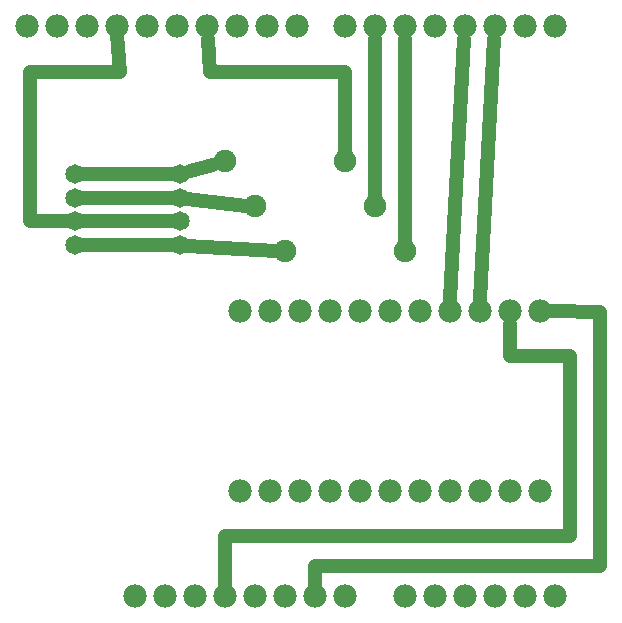
<source format=gbl>
G04 MADE WITH FRITZING*
G04 WWW.FRITZING.ORG*
G04 DOUBLE SIDED*
G04 HOLES PLATED*
G04 CONTOUR ON CENTER OF CONTOUR VECTOR*
%ASAXBY*%
%FSLAX23Y23*%
%MOIN*%
%OFA0B0*%
%SFA1.0B1.0*%
%ADD10C,0.078000*%
%ADD11C,0.065000*%
%ADD12C,0.075000*%
%ADD13C,0.048000*%
%LNCOPPER0*%
G90*
G70*
G54D10*
X968Y1996D03*
X868Y1996D03*
X768Y1996D03*
X668Y1996D03*
X568Y1996D03*
X468Y1996D03*
X368Y1996D03*
X268Y1996D03*
X168Y1996D03*
X68Y1996D03*
X1129Y96D03*
X1029Y96D03*
X929Y96D03*
X829Y96D03*
X729Y96D03*
X629Y96D03*
X529Y96D03*
X429Y96D03*
X1829Y96D03*
X1729Y96D03*
X1629Y96D03*
X1529Y96D03*
X1429Y96D03*
X1329Y96D03*
X1829Y1996D03*
X1729Y1996D03*
X1629Y1996D03*
X1529Y1996D03*
X1429Y1996D03*
X1329Y1996D03*
X1229Y1996D03*
X1129Y1996D03*
X1779Y446D03*
X1679Y446D03*
X1579Y446D03*
X1479Y446D03*
X1379Y446D03*
X1279Y446D03*
X1179Y446D03*
X1079Y446D03*
X979Y446D03*
X879Y446D03*
X779Y446D03*
X1779Y1046D03*
X1679Y1046D03*
X1579Y1046D03*
X1479Y1046D03*
X1379Y1046D03*
X1279Y1046D03*
X1179Y1046D03*
X1079Y1046D03*
X979Y1046D03*
X879Y1046D03*
X779Y1046D03*
G54D11*
X229Y1267D03*
X229Y1346D03*
X229Y1424D03*
X229Y1503D03*
X579Y1267D03*
X579Y1346D03*
X579Y1424D03*
X579Y1503D03*
G54D12*
X1329Y1246D03*
X929Y1246D03*
X1229Y1396D03*
X829Y1396D03*
X1129Y1546D03*
X729Y1546D03*
G54D13*
X1581Y1087D02*
X1627Y1955D01*
D02*
X1481Y1087D02*
X1527Y1955D01*
D02*
X1030Y196D02*
X1029Y137D01*
D02*
X1979Y196D02*
X1030Y196D01*
D02*
X1979Y1045D02*
X1979Y196D01*
D02*
X1820Y1046D02*
X1979Y1045D01*
D02*
X1879Y296D02*
X1879Y896D01*
D02*
X1879Y896D02*
X1678Y896D01*
D02*
X1678Y896D02*
X1679Y1005D01*
D02*
X729Y296D02*
X1879Y296D01*
D02*
X729Y126D02*
X729Y296D01*
D02*
X1329Y1954D02*
X1329Y1285D01*
D02*
X1229Y1954D02*
X1229Y1435D01*
D02*
X1130Y1845D02*
X680Y1845D01*
D02*
X680Y1845D02*
X672Y1955D01*
D02*
X1129Y1585D02*
X1130Y1845D01*
D02*
X253Y1346D02*
X555Y1346D01*
D02*
X78Y1346D02*
X205Y1346D01*
D02*
X78Y1845D02*
X78Y1346D01*
D02*
X379Y1845D02*
X78Y1845D01*
D02*
X371Y1966D02*
X379Y1845D01*
D02*
X555Y1503D02*
X253Y1503D01*
D02*
X691Y1535D02*
X612Y1513D01*
D02*
X555Y1424D02*
X253Y1424D01*
D02*
X801Y1399D02*
X603Y1422D01*
D02*
X555Y1267D02*
X253Y1267D01*
D02*
X901Y1247D02*
X603Y1265D01*
G04 End of Copper0*
M02*
</source>
